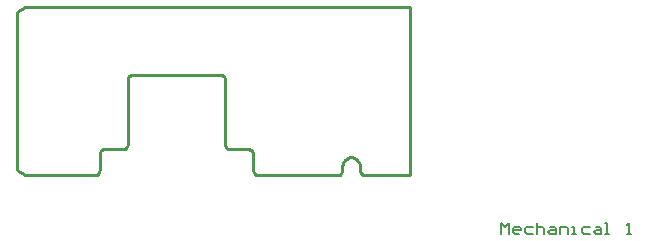
<source format=gbr>
G04 Layer_Color=16711935*
%FSLAX45Y45*%
%MOMM*%
%TF.FileFunction,Other,Mechanical_1*%
%TF.Part,Single*%
%TFFileComment,The blind Vias under BGA and Other Pads are Via-In-Pad (VIP)*%
G01*
G75*
%TA.AperFunction,NonConductor*%
%ADD39C,0.15000*%
%ADD145C,0.25400*%
D39*
X3599430Y-1722010D02*
Y-1622042D01*
X3632753Y-1655364D01*
X3666075Y-1622042D01*
Y-1722010D01*
X3749382D02*
X3716060D01*
X3699398Y-1705348D01*
Y-1672026D01*
X3716060Y-1655364D01*
X3749382D01*
X3766043Y-1672026D01*
Y-1688687D01*
X3699398D01*
X3866011Y-1655364D02*
X3816027D01*
X3799366Y-1672026D01*
Y-1705348D01*
X3816027Y-1722010D01*
X3866011D01*
X3899334Y-1622042D02*
Y-1722010D01*
Y-1672026D01*
X3915995Y-1655364D01*
X3949318D01*
X3965979Y-1672026D01*
Y-1722010D01*
X4015963Y-1655364D02*
X4049286D01*
X4065947Y-1672026D01*
Y-1722010D01*
X4015963D01*
X3999302Y-1705348D01*
X4015963Y-1688687D01*
X4065947D01*
X4099269Y-1722010D02*
Y-1655364D01*
X4149253D01*
X4165914Y-1672026D01*
Y-1722010D01*
X4199237D02*
X4232560D01*
X4215899D01*
Y-1655364D01*
X4199237D01*
X4349189D02*
X4299205D01*
X4282544Y-1672026D01*
Y-1705348D01*
X4299205Y-1722010D01*
X4349189D01*
X4399173Y-1655364D02*
X4432495D01*
X4449156Y-1672026D01*
Y-1722010D01*
X4399173D01*
X4382511Y-1705348D01*
X4399173Y-1688687D01*
X4449156D01*
X4482479Y-1722010D02*
X4515802D01*
X4499141D01*
Y-1622042D01*
X4482479D01*
X4665753Y-1722010D02*
X4699076D01*
X4682415D01*
Y-1622042D01*
X4665753Y-1638703D01*
D145*
X2404999Y-1179999D02*
Y-1144999D01*
Y-1179999D02*
X2406002Y-1188901D01*
X2408960Y-1197354D01*
X2413726Y-1204939D01*
X2420059Y-1211273D01*
X2427644Y-1216038D01*
X2436099Y-1218997D01*
X2444999Y-1220001D01*
X2829999D01*
X2830000Y200000D01*
X-430001D02*
X2830000D01*
X-500000Y159585D02*
X-430001Y200000D01*
X-500001Y-1179584D02*
X-500000Y159585D01*
X-500001Y-1179584D02*
X-430001Y-1220001D01*
X160000D01*
X168900Y-1218997D01*
X177355Y-1216038D01*
X184938Y-1211273D01*
X191272Y-1204939D01*
X196038Y-1197354D01*
X198997Y-1188901D01*
X200000Y-1179999D01*
Y-1040000D01*
X201002Y-1031100D01*
X203961Y-1022645D01*
X208726Y-1015059D01*
X215060Y-1008725D01*
X222644Y-1003960D01*
X231098Y-1001002D01*
X240000Y-1000000D01*
X399999D01*
X408900Y-998996D01*
X417355Y-996038D01*
X424939Y-991273D01*
X431273Y-984939D01*
X436038Y-977355D01*
X438996Y-968900D01*
X439999Y-960000D01*
Y-409999D01*
X441002Y-401099D01*
X443961Y-392643D01*
X448727Y-385060D01*
X455060Y-378726D01*
X462644Y-373961D01*
X471099Y-371003D01*
X479999Y-369999D01*
X1220000D01*
X1228901Y-371003D01*
X1237355Y-373961D01*
X1244939Y-378726D01*
X1251273Y-385060D01*
X1256038Y-392643D01*
X1258997Y-401099D01*
X1260000Y-409999D01*
Y-960000D02*
Y-409999D01*
Y-960000D02*
X1261002Y-968900D01*
X1263961Y-977355D01*
X1268726Y-984939D01*
X1275060Y-991273D01*
X1282644Y-996038D01*
X1291098Y-998996D01*
X1299999Y-1000000D01*
X1459999D01*
X1468900Y-1001002D01*
X1477354Y-1003960D01*
X1484939Y-1008725D01*
X1491273Y-1015059D01*
X1496038Y-1022645D01*
X1498996Y-1031100D01*
X1499999Y-1040000D01*
Y-1179999D02*
Y-1040000D01*
Y-1179999D02*
X1501002Y-1188901D01*
X1503960Y-1197354D01*
X1508726Y-1204939D01*
X1515059Y-1211273D01*
X1522644Y-1216038D01*
X1531099Y-1218997D01*
X1539999Y-1220001D01*
X2214999D01*
X2223900Y-1218997D01*
X2232354Y-1216038D01*
X2239939Y-1211273D01*
X2246272Y-1204939D01*
X2251038Y-1197354D01*
X2253996Y-1188901D01*
X2254999Y-1179999D01*
Y-1144999D01*
X2256639Y-1129406D01*
X2261483Y-1114495D01*
X2269323Y-1100915D01*
X2279815Y-1089264D01*
X2292499Y-1080049D01*
X2306823Y-1073670D01*
X2322159Y-1070411D01*
X2337839D01*
X2353176Y-1073670D01*
X2367499Y-1080049D01*
X2380184Y-1089264D01*
X2390675Y-1100915D01*
X2398515Y-1114495D01*
X2403360Y-1129406D01*
X2404999Y-1144999D01*
%TF.MD5,80d1b5554e84c0d91f517228dc5c8988*%
M02*

</source>
